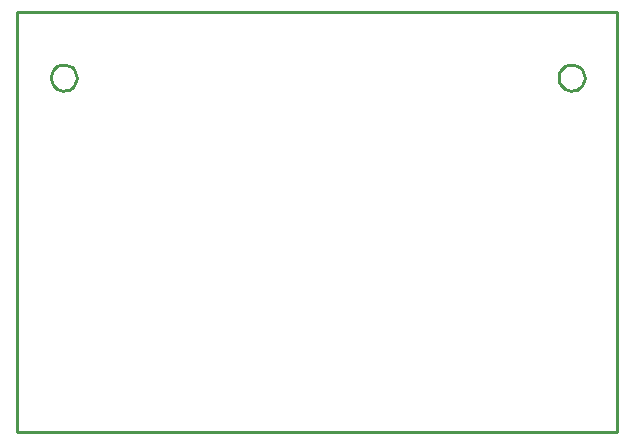
<source format=gbo>
G04*
G04 #@! TF.GenerationSoftware,Altium Limited,Altium Designer,21.8.1 (53)*
G04*
G04 Layer_Color=32896*
%FSLAX25Y25*%
%MOIN*%
G70*
G04*
G04 #@! TF.SameCoordinates,187DA05A-B4E4-4C7B-AEA6-211E795FDF11*
G04*
G04*
G04 #@! TF.FilePolarity,Positive*
G04*
G01*
G75*
%ADD11C,0.01000*%
D11*
X20079Y118110D02*
X19962Y119109D01*
X19618Y120054D01*
X19065Y120894D01*
X18334Y121584D01*
X17463Y122087D01*
X16500Y122375D01*
X15496Y122434D01*
X14506Y122259D01*
X13583Y121861D01*
X12776Y121260D01*
X12130Y120490D01*
X11678Y119591D01*
X11447Y118613D01*
Y117607D01*
X11678Y116629D01*
X12130Y115731D01*
X12776Y114960D01*
X13583Y114360D01*
X14506Y113962D01*
X15496Y113787D01*
X16500Y113845D01*
X17463Y114134D01*
X18334Y114637D01*
X19065Y115326D01*
X19618Y116167D01*
X19962Y117112D01*
X20079Y118110D01*
X189370D02*
X189253Y119109D01*
X188909Y120054D01*
X188357Y120894D01*
X187626Y121584D01*
X186755Y122087D01*
X185791Y122375D01*
X184788Y122434D01*
X183797Y122259D01*
X182874Y121861D01*
X182068Y121260D01*
X181421Y120490D01*
X180970Y119591D01*
X180738Y118613D01*
Y117607D01*
X180970Y116629D01*
X181421Y115731D01*
X182068Y114960D01*
X182874Y114360D01*
X183797Y113962D01*
X184788Y113787D01*
X185791Y113845D01*
X186755Y114134D01*
X187626Y114637D01*
X188357Y115326D01*
X188909Y116167D01*
X189253Y117112D01*
X189370Y118110D01*
X0Y0D02*
X200000D01*
X0Y140000D02*
X200000D01*
Y0D02*
Y140000D01*
X0Y0D02*
Y140000D01*
M02*

</source>
